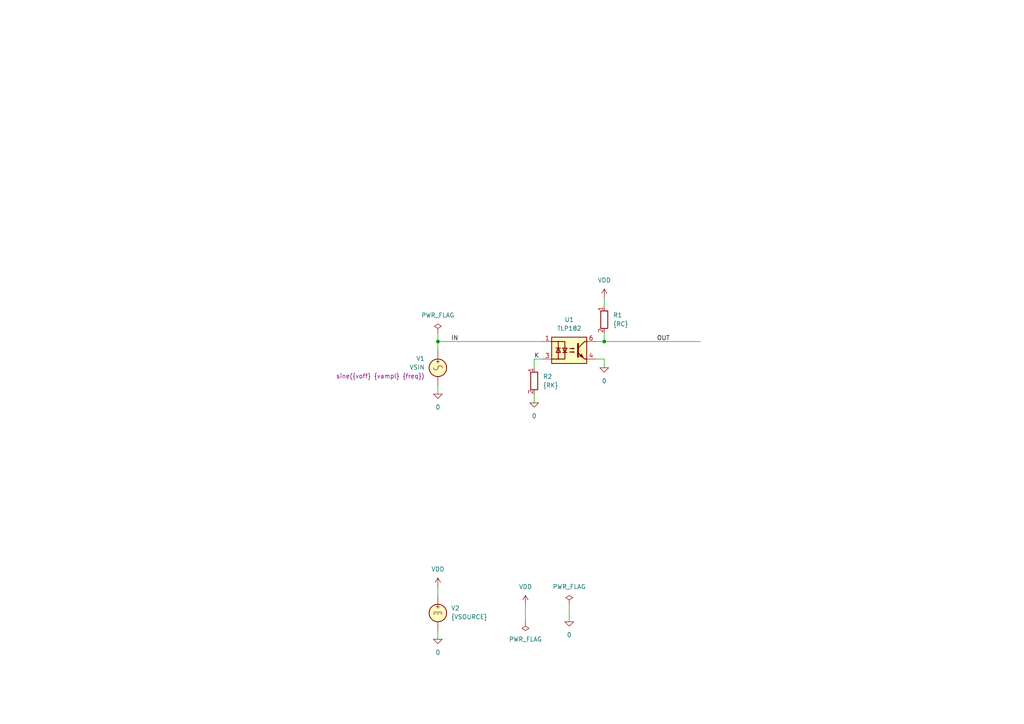
<source format=kicad_sch>
(kicad_sch
	(version 20250114)
	(generator "eeschema")
	(generator_version "9.0")
	(uuid "c988e946-3422-4310-9824-22165820ccb8")
	(paper "A4")
	(title_block
		(title "Optocoupler Transistor, 80V, 0.05A, AC")
		(date "2025-07-04")
		(rev "1")
		(company "astroelectronic@")
		(comment 1 "-")
		(comment 2 "-")
		(comment 3 "-")
		(comment 4 "AE01009182")
	)
	(lib_symbols
		(symbol "TLP182:0"
			(power)
			(pin_names
				(offset 0)
			)
			(exclude_from_sim no)
			(in_bom yes)
			(on_board yes)
			(property "Reference" "#GND"
				(at 0 -2.54 0)
				(effects
					(font
						(size 1.27 1.27)
					)
					(hide yes)
				)
			)
			(property "Value" "0"
				(at 0 -1.778 0)
				(effects
					(font
						(size 1.27 1.27)
					)
				)
			)
			(property "Footprint" ""
				(at 0 0 0)
				(effects
					(font
						(size 1.27 1.27)
					)
					(hide yes)
				)
			)
			(property "Datasheet" "~"
				(at 0 0 0)
				(effects
					(font
						(size 1.27 1.27)
					)
					(hide yes)
				)
			)
			(property "Description" "0V reference potential for simulation"
				(at 0 0 0)
				(effects
					(font
						(size 1.27 1.27)
					)
					(hide yes)
				)
			)
			(property "ki_keywords" "simulation"
				(at 0 0 0)
				(effects
					(font
						(size 1.27 1.27)
					)
					(hide yes)
				)
			)
			(symbol "0_0_1"
				(polyline
					(pts
						(xy -1.27 0) (xy 0 -1.27) (xy 1.27 0) (xy -1.27 0)
					)
					(stroke
						(width 0)
						(type default)
					)
					(fill
						(type none)
					)
				)
			)
			(symbol "0_1_1"
				(pin power_in line
					(at 0 0 0)
					(length 0)
					(hide yes)
					(name "0"
						(effects
							(font
								(size 1.016 1.016)
							)
						)
					)
					(number "1"
						(effects
							(font
								(size 1.016 1.016)
							)
						)
					)
				)
			)
			(embedded_fonts no)
		)
		(symbol "TLP182:PWR_FLAG"
			(power)
			(pin_numbers
				(hide yes)
			)
			(pin_names
				(offset 0)
				(hide yes)
			)
			(exclude_from_sim no)
			(in_bom yes)
			(on_board yes)
			(property "Reference" "#FLG"
				(at 0 1.905 0)
				(effects
					(font
						(size 1.27 1.27)
					)
					(hide yes)
				)
			)
			(property "Value" "PWR_FLAG"
				(at 0 3.81 0)
				(effects
					(font
						(size 1.27 1.27)
					)
				)
			)
			(property "Footprint" ""
				(at 0 0 0)
				(effects
					(font
						(size 1.27 1.27)
					)
					(hide yes)
				)
			)
			(property "Datasheet" "~"
				(at 0 0 0)
				(effects
					(font
						(size 1.27 1.27)
					)
					(hide yes)
				)
			)
			(property "Description" "Special symbol for telling ERC where power comes from"
				(at 0 0 0)
				(effects
					(font
						(size 1.27 1.27)
					)
					(hide yes)
				)
			)
			(property "ki_keywords" "flag power"
				(at 0 0 0)
				(effects
					(font
						(size 1.27 1.27)
					)
					(hide yes)
				)
			)
			(symbol "PWR_FLAG_0_0"
				(pin power_out line
					(at 0 0 90)
					(length 0)
					(name "pwr"
						(effects
							(font
								(size 1.27 1.27)
							)
						)
					)
					(number "1"
						(effects
							(font
								(size 1.27 1.27)
							)
						)
					)
				)
			)
			(symbol "PWR_FLAG_0_1"
				(polyline
					(pts
						(xy 0 0) (xy 0 1.27) (xy -1.016 1.905) (xy 0 2.54) (xy 1.016 1.905) (xy 0 1.27)
					)
					(stroke
						(width 0)
						(type default)
					)
					(fill
						(type none)
					)
				)
			)
			(embedded_fonts no)
		)
		(symbol "TLP182:R"
			(pin_names
				(offset 0)
				(hide yes)
			)
			(exclude_from_sim no)
			(in_bom yes)
			(on_board yes)
			(property "Reference" "R"
				(at 2.032 0 90)
				(effects
					(font
						(size 1.27 1.27)
					)
				)
			)
			(property "Value" "R"
				(at 0 0 90)
				(effects
					(font
						(size 1.27 1.27)
					)
				)
			)
			(property "Footprint" ""
				(at -1.778 0 90)
				(effects
					(font
						(size 1.27 1.27)
					)
					(hide yes)
				)
			)
			(property "Datasheet" "~"
				(at 0 0 0)
				(effects
					(font
						(size 1.27 1.27)
					)
					(hide yes)
				)
			)
			(property "Description" "Resistor"
				(at 0 0 0)
				(effects
					(font
						(size 1.27 1.27)
					)
					(hide yes)
				)
			)
			(property "ki_keywords" "R res resistor"
				(at 0 0 0)
				(effects
					(font
						(size 1.27 1.27)
					)
					(hide yes)
				)
			)
			(property "ki_fp_filters" "R_*"
				(at 0 0 0)
				(effects
					(font
						(size 1.27 1.27)
					)
					(hide yes)
				)
			)
			(symbol "R_0_1"
				(rectangle
					(start -1.016 -2.54)
					(end 1.016 2.54)
					(stroke
						(width 0.254)
						(type default)
					)
					(fill
						(type none)
					)
				)
			)
			(symbol "R_1_1"
				(pin passive line
					(at 0 3.81 270)
					(length 1.27)
					(name "~"
						(effects
							(font
								(size 1.27 1.27)
							)
						)
					)
					(number "1"
						(effects
							(font
								(size 1.27 1.27)
							)
						)
					)
				)
				(pin passive line
					(at 0 -3.81 90)
					(length 1.27)
					(name "~"
						(effects
							(font
								(size 1.27 1.27)
							)
						)
					)
					(number "2"
						(effects
							(font
								(size 1.27 1.27)
							)
						)
					)
				)
			)
			(embedded_fonts no)
		)
		(symbol "TLP182:TLP182"
			(exclude_from_sim no)
			(in_bom yes)
			(on_board yes)
			(property "Reference" "U"
				(at -5.08 5.08 0)
				(effects
					(font
						(size 1.27 1.27)
					)
					(justify left)
				)
			)
			(property "Value" "TLP182"
				(at -5.08 -5.08 0)
				(effects
					(font
						(size 1.27 1.27)
					)
					(justify left)
				)
			)
			(property "Footprint" ""
				(at 0 -7.62 0)
				(effects
					(font
						(size 1.27 1.27)
					)
					(hide yes)
				)
			)
			(property "Datasheet" "~"
				(at 1.27 0 0)
				(effects
					(font
						(size 1.27 1.27)
					)
					(justify left)
					(hide yes)
				)
			)
			(property "Description" ""
				(at 0 0 0)
				(effects
					(font
						(size 1.27 1.27)
					)
					(hide yes)
				)
			)
			(property "ki_fp_filters" "MFSOP6*4.4x3.6mm*P1.27mm*"
				(at 0 0 0)
				(effects
					(font
						(size 1.27 1.27)
					)
					(hide yes)
				)
			)
			(symbol "TLP182_0_1"
				(rectangle
					(start -5.08 3.81)
					(end 5.08 -3.81)
					(stroke
						(width 0.254)
						(type default)
					)
					(fill
						(type background)
					)
				)
				(polyline
					(pts
						(xy -5.08 2.54) (xy -3.175 2.54) (xy -3.175 -2.54) (xy -5.08 -2.54)
					)
					(stroke
						(width 0.254)
						(type default)
					)
					(fill
						(type none)
					)
				)
				(polyline
					(pts
						(xy -3.81 0.635) (xy -2.54 0.635)
					)
					(stroke
						(width 0.254)
						(type default)
					)
					(fill
						(type none)
					)
				)
				(circle
					(center -3.175 2.54)
					(radius 0.127)
					(stroke
						(width 0)
						(type default)
					)
					(fill
						(type none)
					)
				)
				(polyline
					(pts
						(xy -3.175 0.635) (xy -3.81 -0.635) (xy -2.54 -0.635) (xy -3.175 0.635)
					)
					(stroke
						(width 0.254)
						(type default)
					)
					(fill
						(type none)
					)
				)
				(circle
					(center -3.175 -2.54)
					(radius 0.127)
					(stroke
						(width 0)
						(type default)
					)
					(fill
						(type none)
					)
				)
				(polyline
					(pts
						(xy -3.175 -2.54) (xy -1.27 -2.54) (xy -1.27 2.54) (xy -3.175 2.54)
					)
					(stroke
						(width 0.254)
						(type default)
					)
					(fill
						(type none)
					)
				)
				(polyline
					(pts
						(xy -1.905 -0.635) (xy -0.635 -0.635)
					)
					(stroke
						(width 0.254)
						(type default)
					)
					(fill
						(type none)
					)
				)
				(polyline
					(pts
						(xy -1.27 -0.635) (xy -1.905 0.635) (xy -0.635 0.635) (xy -1.27 -0.635)
					)
					(stroke
						(width 0.254)
						(type default)
					)
					(fill
						(type none)
					)
				)
				(polyline
					(pts
						(xy 0.127 0.508) (xy 1.397 0.508) (xy 1.016 0.381) (xy 1.016 0.635) (xy 1.397 0.508)
					)
					(stroke
						(width 0.254)
						(type default)
					)
					(fill
						(type none)
					)
				)
				(polyline
					(pts
						(xy 0.127 -0.508) (xy 1.397 -0.508) (xy 1.016 -0.635) (xy 1.016 -0.381) (xy 1.397 -0.508)
					)
					(stroke
						(width 0.254)
						(type default)
					)
					(fill
						(type none)
					)
				)
				(polyline
					(pts
						(xy 2.54 1.905) (xy 2.54 -1.905) (xy 2.54 -1.905)
					)
					(stroke
						(width 0.508)
						(type default)
					)
					(fill
						(type none)
					)
				)
				(polyline
					(pts
						(xy 3.048 -1.651) (xy 3.556 -1.143) (xy 4.064 -2.159) (xy 3.048 -1.651) (xy 3.048 -1.651)
					)
					(stroke
						(width 0.254)
						(type default)
					)
					(fill
						(type outline)
					)
				)
				(polyline
					(pts
						(xy 5.08 2.54) (xy 4.445 2.54) (xy 2.54 0.635)
					)
					(stroke
						(width 0.254)
						(type default)
					)
					(fill
						(type none)
					)
				)
				(polyline
					(pts
						(xy 5.08 -2.54) (xy 4.445 -2.54) (xy 2.54 -0.635)
					)
					(stroke
						(width 0.254)
						(type default)
					)
					(fill
						(type none)
					)
				)
			)
			(symbol "TLP182_1_1"
				(pin passive line
					(at -7.62 2.54 0)
					(length 2.54)
					(name "~"
						(effects
							(font
								(size 1.27 1.27)
							)
						)
					)
					(number "1"
						(effects
							(font
								(size 1.27 1.27)
							)
						)
					)
				)
				(pin passive line
					(at -7.62 -2.54 0)
					(length 2.54)
					(name "~"
						(effects
							(font
								(size 1.27 1.27)
							)
						)
					)
					(number "3"
						(effects
							(font
								(size 1.27 1.27)
							)
						)
					)
				)
				(pin passive line
					(at 7.62 2.54 180)
					(length 2.54)
					(name "~"
						(effects
							(font
								(size 1.27 1.27)
							)
						)
					)
					(number "6"
						(effects
							(font
								(size 1.27 1.27)
							)
						)
					)
				)
				(pin passive line
					(at 7.62 -2.54 180)
					(length 2.54)
					(name "~"
						(effects
							(font
								(size 1.27 1.27)
							)
						)
					)
					(number "4"
						(effects
							(font
								(size 1.27 1.27)
							)
						)
					)
				)
			)
			(embedded_fonts no)
		)
		(symbol "TLP182:VDC"
			(pin_numbers
				(hide yes)
			)
			(pin_names
				(offset 0.0254)
			)
			(exclude_from_sim no)
			(in_bom yes)
			(on_board yes)
			(property "Reference" "V"
				(at 2.54 2.54 0)
				(effects
					(font
						(size 1.27 1.27)
					)
					(justify left)
				)
			)
			(property "Value" "1"
				(at 2.54 0 0)
				(effects
					(font
						(size 1.27 1.27)
					)
					(justify left)
				)
			)
			(property "Footprint" ""
				(at 0 0 0)
				(effects
					(font
						(size 1.27 1.27)
					)
					(hide yes)
				)
			)
			(property "Datasheet" "~"
				(at 0 0 0)
				(effects
					(font
						(size 1.27 1.27)
					)
					(hide yes)
				)
			)
			(property "Description" "Voltage source, DC"
				(at 0 0 0)
				(effects
					(font
						(size 1.27 1.27)
					)
					(hide yes)
				)
			)
			(property "Sim.Pins" "1=+ 2=-"
				(at 0 0 0)
				(effects
					(font
						(size 1.27 1.27)
					)
					(hide yes)
				)
			)
			(property "Sim.Type" "DC"
				(at 0 0 0)
				(effects
					(font
						(size 1.27 1.27)
					)
					(hide yes)
				)
			)
			(property "Sim.Device" "V"
				(at 0 0 0)
				(effects
					(font
						(size 1.27 1.27)
					)
					(justify left)
					(hide yes)
				)
			)
			(property "Spice_Netlist_Enabled" "Y"
				(at 0 0 0)
				(effects
					(font
						(size 1.27 1.27)
					)
					(justify left)
					(hide yes)
				)
			)
			(property "ki_keywords" "simulation"
				(at 0 0 0)
				(effects
					(font
						(size 1.27 1.27)
					)
					(hide yes)
				)
			)
			(symbol "VDC_0_0"
				(polyline
					(pts
						(xy -1.27 0.254) (xy 1.27 0.254)
					)
					(stroke
						(width 0)
						(type default)
					)
					(fill
						(type none)
					)
				)
				(polyline
					(pts
						(xy -0.762 -0.254) (xy -1.27 -0.254)
					)
					(stroke
						(width 0)
						(type default)
					)
					(fill
						(type none)
					)
				)
				(polyline
					(pts
						(xy 0.254 -0.254) (xy -0.254 -0.254)
					)
					(stroke
						(width 0)
						(type default)
					)
					(fill
						(type none)
					)
				)
				(polyline
					(pts
						(xy 1.27 -0.254) (xy 0.762 -0.254)
					)
					(stroke
						(width 0)
						(type default)
					)
					(fill
						(type none)
					)
				)
				(text "+"
					(at 0 1.905 0)
					(effects
						(font
							(size 1.27 1.27)
						)
					)
				)
			)
			(symbol "VDC_0_1"
				(circle
					(center 0 0)
					(radius 2.54)
					(stroke
						(width 0.254)
						(type default)
					)
					(fill
						(type background)
					)
				)
			)
			(symbol "VDC_1_1"
				(pin passive line
					(at 0 5.08 270)
					(length 2.54)
					(name "~"
						(effects
							(font
								(size 1.27 1.27)
							)
						)
					)
					(number "1"
						(effects
							(font
								(size 1.27 1.27)
							)
						)
					)
				)
				(pin passive line
					(at 0 -5.08 90)
					(length 2.54)
					(name "~"
						(effects
							(font
								(size 1.27 1.27)
							)
						)
					)
					(number "2"
						(effects
							(font
								(size 1.27 1.27)
							)
						)
					)
				)
			)
			(embedded_fonts no)
		)
		(symbol "TLP182:VDD"
			(power)
			(pin_names
				(offset 0)
			)
			(exclude_from_sim no)
			(in_bom yes)
			(on_board yes)
			(property "Reference" "#PWR"
				(at 0 -3.81 0)
				(effects
					(font
						(size 1.27 1.27)
					)
					(hide yes)
				)
			)
			(property "Value" "VDD"
				(at 0 3.81 0)
				(effects
					(font
						(size 1.27 1.27)
					)
				)
			)
			(property "Footprint" ""
				(at 0 0 0)
				(effects
					(font
						(size 1.27 1.27)
					)
					(hide yes)
				)
			)
			(property "Datasheet" ""
				(at 0 0 0)
				(effects
					(font
						(size 1.27 1.27)
					)
					(hide yes)
				)
			)
			(property "Description" "Power symbol creates a global label with name \"VDD\""
				(at 0 0 0)
				(effects
					(font
						(size 1.27 1.27)
					)
					(hide yes)
				)
			)
			(property "ki_keywords" "global power"
				(at 0 0 0)
				(effects
					(font
						(size 1.27 1.27)
					)
					(hide yes)
				)
			)
			(symbol "VDD_0_1"
				(polyline
					(pts
						(xy -0.762 1.27) (xy 0 2.54)
					)
					(stroke
						(width 0)
						(type default)
					)
					(fill
						(type none)
					)
				)
				(polyline
					(pts
						(xy 0 2.54) (xy 0.762 1.27)
					)
					(stroke
						(width 0)
						(type default)
					)
					(fill
						(type none)
					)
				)
				(polyline
					(pts
						(xy 0 0) (xy 0 2.54)
					)
					(stroke
						(width 0)
						(type default)
					)
					(fill
						(type none)
					)
				)
			)
			(symbol "VDD_1_1"
				(pin power_in line
					(at 0 0 90)
					(length 0)
					(hide yes)
					(name "VDD"
						(effects
							(font
								(size 1.27 1.27)
							)
						)
					)
					(number "1"
						(effects
							(font
								(size 1.27 1.27)
							)
						)
					)
				)
			)
			(embedded_fonts no)
		)
		(symbol "TLP182:VSIN"
			(pin_numbers
				(hide yes)
			)
			(pin_names
				(offset 0.0254)
			)
			(exclude_from_sim no)
			(in_bom yes)
			(on_board yes)
			(property "Reference" "V"
				(at 2.54 2.54 0)
				(effects
					(font
						(size 1.27 1.27)
					)
					(justify left)
				)
			)
			(property "Value" "VSIN"
				(at 2.54 0 0)
				(effects
					(font
						(size 1.27 1.27)
					)
					(justify left)
				)
			)
			(property "Footprint" ""
				(at 0 0 0)
				(effects
					(font
						(size 1.27 1.27)
					)
					(hide yes)
				)
			)
			(property "Datasheet" "https://ngspice.sourceforge.io/docs/ngspice-html-manual/manual.xhtml#sec_Independent_Sources_for"
				(at 0 0 0)
				(effects
					(font
						(size 1.27 1.27)
					)
					(hide yes)
				)
			)
			(property "Description" "Voltage source, sinusoidal"
				(at 0 0 0)
				(effects
					(font
						(size 1.27 1.27)
					)
					(hide yes)
				)
			)
			(property "Sim.Pins" "1=+ 2=-"
				(at 0 0 0)
				(effects
					(font
						(size 1.27 1.27)
					)
					(hide yes)
				)
			)
			(property "Sim.Params" "dc=0 ampl=1 f=1k ac=1"
				(at 2.54 -2.54 0)
				(effects
					(font
						(size 1.27 1.27)
					)
					(justify left)
				)
			)
			(property "Sim.Type" "SIN"
				(at 0 0 0)
				(effects
					(font
						(size 1.27 1.27)
					)
					(hide yes)
				)
			)
			(property "Sim.Device" "V"
				(at 0 0 0)
				(effects
					(font
						(size 1.27 1.27)
					)
					(justify left)
					(hide yes)
				)
			)
			(property "ki_keywords" "simulation ac vac"
				(at 0 0 0)
				(effects
					(font
						(size 1.27 1.27)
					)
					(hide yes)
				)
			)
			(symbol "VSIN_0_0"
				(arc
					(start -1.27 0)
					(mid -0.635 0.6323)
					(end 0 0)
					(stroke
						(width 0)
						(type default)
					)
					(fill
						(type none)
					)
				)
				(arc
					(start 1.27 0)
					(mid 0.635 -0.6323)
					(end 0 0)
					(stroke
						(width 0)
						(type default)
					)
					(fill
						(type none)
					)
				)
				(text "+"
					(at 0 1.905 0)
					(effects
						(font
							(size 1.27 1.27)
						)
					)
				)
			)
			(symbol "VSIN_0_1"
				(circle
					(center 0 0)
					(radius 2.54)
					(stroke
						(width 0.254)
						(type default)
					)
					(fill
						(type background)
					)
				)
			)
			(symbol "VSIN_1_1"
				(pin passive line
					(at 0 5.08 270)
					(length 2.54)
					(name "~"
						(effects
							(font
								(size 1.27 1.27)
							)
						)
					)
					(number "1"
						(effects
							(font
								(size 1.27 1.27)
							)
						)
					)
				)
				(pin passive line
					(at 0 -5.08 90)
					(length 2.54)
					(name "~"
						(effects
							(font
								(size 1.27 1.27)
							)
						)
					)
					(number "2"
						(effects
							(font
								(size 1.27 1.27)
							)
						)
					)
				)
			)
			(embedded_fonts no)
		)
	)
	(junction
		(at 127 99.06)
		(diameter 0)
		(color 0 0 0 0)
		(uuid "0dba550b-eb9e-4183-8cdc-ecc1d30e3e4b")
	)
	(junction
		(at 175.26 99.06)
		(diameter 0)
		(color 0 0 0 0)
		(uuid "62c78e7a-9af0-4af5-aa62-d6b3e16048fc")
	)
	(wire
		(pts
			(xy 127 114.3) (xy 127 111.76)
		)
		(stroke
			(width 0)
			(type default)
		)
		(uuid "0054408a-bdcb-455e-b876-ad403ef70a55")
	)
	(wire
		(pts
			(xy 127 170.18) (xy 127 172.72)
		)
		(stroke
			(width 0)
			(type default)
		)
		(uuid "22310da2-7c33-4758-8446-cdaf2215d9d9")
	)
	(wire
		(pts
			(xy 127 99.06) (xy 157.48 99.06)
		)
		(stroke
			(width 0)
			(type default)
		)
		(uuid "34fba079-5442-4858-a5aa-2073cb291730")
	)
	(wire
		(pts
			(xy 127 96.52) (xy 127 99.06)
		)
		(stroke
			(width 0)
			(type default)
		)
		(uuid "3c9557b3-138f-486c-a58f-6f3ae2a07daa")
	)
	(wire
		(pts
			(xy 175.26 96.52) (xy 175.26 99.06)
		)
		(stroke
			(width 0)
			(type default)
		)
		(uuid "3dade8af-221d-4f7d-97ad-bc3d78a96b8a")
	)
	(wire
		(pts
			(xy 172.72 99.06) (xy 175.26 99.06)
		)
		(stroke
			(width 0)
			(type default)
		)
		(uuid "71d7b691-01c2-489e-9479-9ee4c009ce10")
	)
	(wire
		(pts
			(xy 175.26 104.14) (xy 175.26 106.68)
		)
		(stroke
			(width 0)
			(type default)
		)
		(uuid "75ad93f6-89cf-400b-bea3-01d5783b5bc7")
	)
	(wire
		(pts
			(xy 175.26 86.36) (xy 175.26 88.9)
		)
		(stroke
			(width 0)
			(type default)
		)
		(uuid "81b79885-61de-4eaf-b280-f91b74d8fc61")
	)
	(wire
		(pts
			(xy 175.26 99.06) (xy 203.2 99.06)
		)
		(stroke
			(width 0)
			(type default)
		)
		(uuid "97c227b7-4900-485d-8bec-d8fa696d8d1e")
	)
	(wire
		(pts
			(xy 127 99.06) (xy 127 101.6)
		)
		(stroke
			(width 0)
			(type default)
		)
		(uuid "a7c95876-17a5-4864-84d7-248911e2f223")
	)
	(wire
		(pts
			(xy 172.72 104.14) (xy 175.26 104.14)
		)
		(stroke
			(width 0)
			(type default)
		)
		(uuid "acb1b563-f78b-4306-b96a-1051ddcdb4cc")
	)
	(wire
		(pts
			(xy 154.94 114.3) (xy 154.94 116.84)
		)
		(stroke
			(width 0)
			(type default)
		)
		(uuid "bdd096fc-0d65-432d-8d6e-5200ec60cb35")
	)
	(wire
		(pts
			(xy 154.94 104.14) (xy 154.94 106.68)
		)
		(stroke
			(width 0)
			(type default)
		)
		(uuid "da9bfefe-85d6-4464-a628-29d59f71cbc1")
	)
	(wire
		(pts
			(xy 152.4 175.26) (xy 152.4 180.34)
		)
		(stroke
			(width 0)
			(type default)
		)
		(uuid "e69eb52a-b584-4928-8ce5-ed4f81d80629")
	)
	(wire
		(pts
			(xy 165.1 175.26) (xy 165.1 180.34)
		)
		(stroke
			(width 0)
			(type default)
		)
		(uuid "e8b88704-3bca-497e-8a9c-cc5868d7a329")
	)
	(wire
		(pts
			(xy 157.48 104.14) (xy 154.94 104.14)
		)
		(stroke
			(width 0)
			(type default)
		)
		(uuid "f4e8a15a-279c-4366-8889-d71700435b7f")
	)
	(wire
		(pts
			(xy 127 182.88) (xy 127 185.42)
		)
		(stroke
			(width 0)
			(type default)
		)
		(uuid "f7774fc0-16d5-42ec-96d5-b7e8af69f035")
	)
	(label "IN"
		(at 130.81 99.06 0)
		(effects
			(font
				(size 1.27 1.27)
			)
			(justify left bottom)
		)
		(uuid "7ee61337-1a16-4ad8-bddd-917c52fc7809")
	)
	(label "K"
		(at 154.94 104.14 0)
		(effects
			(font
				(size 1.27 1.27)
			)
			(justify left bottom)
		)
		(uuid "a2968414-ed44-4d30-8352-bb09d3f3392e")
	)
	(label "OUT"
		(at 190.5 99.06 0)
		(effects
			(font
				(size 1.27 1.27)
			)
			(justify left bottom)
		)
		(uuid "c4850ff9-1f4c-46ad-bce4-b1e5e266a08b")
	)
	(symbol
		(lib_id "TLP182:VDD")
		(at 152.4 175.26 0)
		(unit 1)
		(exclude_from_sim no)
		(in_bom yes)
		(on_board yes)
		(dnp no)
		(fields_autoplaced yes)
		(uuid "0ff2e7b2-e2ef-4315-ab9e-d3401537e1cd")
		(property "Reference" "#PWR03"
			(at 152.4 179.07 0)
			(effects
				(font
					(size 1.27 1.27)
				)
				(hide yes)
			)
		)
		(property "Value" "VDD"
			(at 152.4 170.18 0)
			(effects
				(font
					(size 1.27 1.27)
				)
			)
		)
		(property "Footprint" ""
			(at 152.4 175.26 0)
			(effects
				(font
					(size 1.27 1.27)
				)
				(hide yes)
			)
		)
		(property "Datasheet" ""
			(at 152.4 175.26 0)
			(effects
				(font
					(size 1.27 1.27)
				)
				(hide yes)
			)
		)
		(property "Description" "Power symbol creates a global label with name \"VDD\""
			(at 152.4 175.26 0)
			(effects
				(font
					(size 1.27 1.27)
				)
				(hide yes)
			)
		)
		(pin "1"
			(uuid "37d25f2f-3db2-4606-8a72-809f7089e59f")
		)
		(instances
			(project "TLP182"
				(path "/c988e946-3422-4310-9824-22165820ccb8"
					(reference "#PWR03")
					(unit 1)
				)
			)
		)
	)
	(symbol
		(lib_id "TLP182:VDD")
		(at 175.26 86.36 0)
		(unit 1)
		(exclude_from_sim no)
		(in_bom yes)
		(on_board yes)
		(dnp no)
		(fields_autoplaced yes)
		(uuid "1ea78dc1-4539-4513-b857-e5f26192ede2")
		(property "Reference" "#PWR01"
			(at 175.26 90.17 0)
			(effects
				(font
					(size 1.27 1.27)
				)
				(hide yes)
			)
		)
		(property "Value" "VDD"
			(at 175.26 81.28 0)
			(effects
				(font
					(size 1.27 1.27)
				)
			)
		)
		(property "Footprint" ""
			(at 175.26 86.36 0)
			(effects
				(font
					(size 1.27 1.27)
				)
				(hide yes)
			)
		)
		(property "Datasheet" ""
			(at 175.26 86.36 0)
			(effects
				(font
					(size 1.27 1.27)
				)
				(hide yes)
			)
		)
		(property "Description" "Power symbol creates a global label with name \"VDD\""
			(at 175.26 86.36 0)
			(effects
				(font
					(size 1.27 1.27)
				)
				(hide yes)
			)
		)
		(pin "1"
			(uuid "4f0c1d69-a007-4709-9e84-3c5cdd966b33")
		)
		(instances
			(project ""
				(path "/c988e946-3422-4310-9824-22165820ccb8"
					(reference "#PWR01")
					(unit 1)
				)
			)
		)
	)
	(symbol
		(lib_id "TLP182:0")
		(at 175.26 106.68 0)
		(unit 1)
		(exclude_from_sim no)
		(in_bom yes)
		(on_board yes)
		(dnp no)
		(fields_autoplaced yes)
		(uuid "22accaaa-09b0-4779-8a6e-79972b53f45a")
		(property "Reference" "#GND01"
			(at 175.26 109.22 0)
			(effects
				(font
					(size 1.27 1.27)
				)
				(hide yes)
			)
		)
		(property "Value" "0"
			(at 175.26 110.49 0)
			(effects
				(font
					(size 1.27 1.27)
				)
			)
		)
		(property "Footprint" ""
			(at 175.26 106.68 0)
			(effects
				(font
					(size 1.27 1.27)
				)
				(hide yes)
			)
		)
		(property "Datasheet" "~"
			(at 175.26 106.68 0)
			(effects
				(font
					(size 1.27 1.27)
				)
				(hide yes)
			)
		)
		(property "Description" "0V reference potential for simulation"
			(at 175.26 106.68 0)
			(effects
				(font
					(size 1.27 1.27)
				)
				(hide yes)
			)
		)
		(pin "1"
			(uuid "2849b7d9-5a7c-47b7-baba-9d4dd1e0a56f")
		)
		(instances
			(project ""
				(path "/c988e946-3422-4310-9824-22165820ccb8"
					(reference "#GND01")
					(unit 1)
				)
			)
		)
	)
	(symbol
		(lib_id "TLP182:PWR_FLAG")
		(at 127 96.52 0)
		(unit 1)
		(exclude_from_sim no)
		(in_bom yes)
		(on_board yes)
		(dnp no)
		(fields_autoplaced yes)
		(uuid "274a0dd5-e7a3-473e-a3bf-443a9cb2aef7")
		(property "Reference" "#FLG03"
			(at 127 94.615 0)
			(effects
				(font
					(size 1.27 1.27)
				)
				(hide yes)
			)
		)
		(property "Value" "PWR_FLAG"
			(at 127 91.44 0)
			(effects
				(font
					(size 1.27 1.27)
				)
			)
		)
		(property "Footprint" ""
			(at 127 96.52 0)
			(effects
				(font
					(size 1.27 1.27)
				)
				(hide yes)
			)
		)
		(property "Datasheet" "~"
			(at 127 96.52 0)
			(effects
				(font
					(size 1.27 1.27)
				)
				(hide yes)
			)
		)
		(property "Description" "Special symbol for telling ERC where power comes from"
			(at 127 96.52 0)
			(effects
				(font
					(size 1.27 1.27)
				)
				(hide yes)
			)
		)
		(pin "1"
			(uuid "e371212c-c26d-4ab5-922b-48346befc7fb")
		)
		(instances
			(project "TLP182"
				(path "/c988e946-3422-4310-9824-22165820ccb8"
					(reference "#FLG03")
					(unit 1)
				)
			)
		)
	)
	(symbol
		(lib_id "TLP182:VDC")
		(at 127 177.8 0)
		(unit 1)
		(exclude_from_sim no)
		(in_bom yes)
		(on_board yes)
		(dnp no)
		(fields_autoplaced yes)
		(uuid "2de19347-54f6-497b-8f91-ce2a65d1e0cb")
		(property "Reference" "V2"
			(at 130.81 176.4001 0)
			(effects
				(font
					(size 1.27 1.27)
				)
				(justify left)
			)
		)
		(property "Value" "{VSOURCE}"
			(at 130.81 178.9401 0)
			(effects
				(font
					(size 1.27 1.27)
				)
				(justify left)
			)
		)
		(property "Footprint" ""
			(at 127 177.8 0)
			(effects
				(font
					(size 1.27 1.27)
				)
				(hide yes)
			)
		)
		(property "Datasheet" "~"
			(at 127 177.8 0)
			(effects
				(font
					(size 1.27 1.27)
				)
				(hide yes)
			)
		)
		(property "Description" "Voltage source, DC"
			(at 127 177.8 0)
			(effects
				(font
					(size 1.27 1.27)
				)
				(hide yes)
			)
		)
		(property "Sim.Pins" "1=+ 2=-"
			(at 127 177.8 0)
			(effects
				(font
					(size 1.27 1.27)
				)
				(hide yes)
			)
		)
		(property "Sim.Type" "DC"
			(at 127 177.8 0)
			(effects
				(font
					(size 1.27 1.27)
				)
				(hide yes)
			)
		)
		(property "Sim.Device" "V"
			(at 127 177.8 0)
			(effects
				(font
					(size 1.27 1.27)
				)
				(justify left)
				(hide yes)
			)
		)
		(pin "2"
			(uuid "6d5daf5d-ae8d-414c-a75d-6b9e0b981536")
		)
		(pin "1"
			(uuid "f6d8900d-17b5-4cbe-aa1a-e6b37443a37c")
		)
		(instances
			(project ""
				(path "/c988e946-3422-4310-9824-22165820ccb8"
					(reference "V2")
					(unit 1)
				)
			)
		)
	)
	(symbol
		(lib_id "TLP182:PWR_FLAG")
		(at 152.4 180.34 180)
		(unit 1)
		(exclude_from_sim no)
		(in_bom yes)
		(on_board yes)
		(dnp no)
		(fields_autoplaced yes)
		(uuid "33bcd9e0-5af9-43d0-9f57-3264a97b1b16")
		(property "Reference" "#FLG01"
			(at 152.4 182.245 0)
			(effects
				(font
					(size 1.27 1.27)
				)
				(hide yes)
			)
		)
		(property "Value" "PWR_FLAG"
			(at 152.4 185.42 0)
			(effects
				(font
					(size 1.27 1.27)
				)
			)
		)
		(property "Footprint" ""
			(at 152.4 180.34 0)
			(effects
				(font
					(size 1.27 1.27)
				)
				(hide yes)
			)
		)
		(property "Datasheet" "~"
			(at 152.4 180.34 0)
			(effects
				(font
					(size 1.27 1.27)
				)
				(hide yes)
			)
		)
		(property "Description" "Special symbol for telling ERC where power comes from"
			(at 152.4 180.34 0)
			(effects
				(font
					(size 1.27 1.27)
				)
				(hide yes)
			)
		)
		(pin "1"
			(uuid "ff2696fb-0b7f-4494-a3b8-2120bce55c17")
		)
		(instances
			(project ""
				(path "/c988e946-3422-4310-9824-22165820ccb8"
					(reference "#FLG01")
					(unit 1)
				)
			)
		)
	)
	(symbol
		(lib_id "TLP182:0")
		(at 165.1 180.34 0)
		(unit 1)
		(exclude_from_sim no)
		(in_bom yes)
		(on_board yes)
		(dnp no)
		(fields_autoplaced yes)
		(uuid "4a9c5ce4-cdd6-4a7b-a14c-f5eba5a5350f")
		(property "Reference" "#GND03"
			(at 165.1 182.88 0)
			(effects
				(font
					(size 1.27 1.27)
				)
				(hide yes)
			)
		)
		(property "Value" "0"
			(at 165.1 184.15 0)
			(effects
				(font
					(size 1.27 1.27)
				)
			)
		)
		(property "Footprint" ""
			(at 165.1 180.34 0)
			(effects
				(font
					(size 1.27 1.27)
				)
				(hide yes)
			)
		)
		(property "Datasheet" "~"
			(at 165.1 180.34 0)
			(effects
				(font
					(size 1.27 1.27)
				)
				(hide yes)
			)
		)
		(property "Description" "0V reference potential for simulation"
			(at 165.1 180.34 0)
			(effects
				(font
					(size 1.27 1.27)
				)
				(hide yes)
			)
		)
		(pin "1"
			(uuid "47fe6963-d71b-499c-bfaf-7bab3b83cd58")
		)
		(instances
			(project "TLP182"
				(path "/c988e946-3422-4310-9824-22165820ccb8"
					(reference "#GND03")
					(unit 1)
				)
			)
		)
	)
	(symbol
		(lib_id "TLP182:VDD")
		(at 127 170.18 0)
		(unit 1)
		(exclude_from_sim no)
		(in_bom yes)
		(on_board yes)
		(dnp no)
		(fields_autoplaced yes)
		(uuid "6af1c815-7207-4f52-9cf5-e616d728bd55")
		(property "Reference" "#PWR02"
			(at 127 173.99 0)
			(effects
				(font
					(size 1.27 1.27)
				)
				(hide yes)
			)
		)
		(property "Value" "VDD"
			(at 127 165.1 0)
			(effects
				(font
					(size 1.27 1.27)
				)
			)
		)
		(property "Footprint" ""
			(at 127 170.18 0)
			(effects
				(font
					(size 1.27 1.27)
				)
				(hide yes)
			)
		)
		(property "Datasheet" ""
			(at 127 170.18 0)
			(effects
				(font
					(size 1.27 1.27)
				)
				(hide yes)
			)
		)
		(property "Description" "Power symbol creates a global label with name \"VDD\""
			(at 127 170.18 0)
			(effects
				(font
					(size 1.27 1.27)
				)
				(hide yes)
			)
		)
		(pin "1"
			(uuid "e7c6c7df-102c-45bd-92bf-04eaa39ad452")
		)
		(instances
			(project ""
				(path "/c988e946-3422-4310-9824-22165820ccb8"
					(reference "#PWR02")
					(unit 1)
				)
			)
		)
	)
	(symbol
		(lib_id "TLP182:0")
		(at 127 185.42 0)
		(unit 1)
		(exclude_from_sim no)
		(in_bom yes)
		(on_board yes)
		(dnp no)
		(fields_autoplaced yes)
		(uuid "73c7c04e-75c8-4e93-ba96-d1bbc09e6d21")
		(property "Reference" "#GND02"
			(at 127 187.96 0)
			(effects
				(font
					(size 1.27 1.27)
				)
				(hide yes)
			)
		)
		(property "Value" "0"
			(at 127 189.23 0)
			(effects
				(font
					(size 1.27 1.27)
				)
			)
		)
		(property "Footprint" ""
			(at 127 185.42 0)
			(effects
				(font
					(size 1.27 1.27)
				)
				(hide yes)
			)
		)
		(property "Datasheet" "~"
			(at 127 185.42 0)
			(effects
				(font
					(size 1.27 1.27)
				)
				(hide yes)
			)
		)
		(property "Description" "0V reference potential for simulation"
			(at 127 185.42 0)
			(effects
				(font
					(size 1.27 1.27)
				)
				(hide yes)
			)
		)
		(pin "1"
			(uuid "c381b516-2365-42ea-b46d-45294a6a9e46")
		)
		(instances
			(project ""
				(path "/c988e946-3422-4310-9824-22165820ccb8"
					(reference "#GND02")
					(unit 1)
				)
			)
		)
	)
	(symbol
		(lib_id "TLP182:R")
		(at 154.94 110.49 0)
		(unit 1)
		(exclude_from_sim no)
		(in_bom yes)
		(on_board yes)
		(dnp no)
		(fields_autoplaced yes)
		(uuid "915c05f0-b34c-4c38-a980-201ee7ae1f76")
		(property "Reference" "R2"
			(at 157.48 109.2199 0)
			(effects
				(font
					(size 1.27 1.27)
				)
				(justify left)
			)
		)
		(property "Value" "{RK}"
			(at 157.48 111.7599 0)
			(effects
				(font
					(size 1.27 1.27)
				)
				(justify left)
			)
		)
		(property "Footprint" ""
			(at 153.162 110.49 90)
			(effects
				(font
					(size 1.27 1.27)
				)
				(hide yes)
			)
		)
		(property "Datasheet" "~"
			(at 154.94 110.49 0)
			(effects
				(font
					(size 1.27 1.27)
				)
				(hide yes)
			)
		)
		(property "Description" "Resistor"
			(at 154.94 110.49 0)
			(effects
				(font
					(size 1.27 1.27)
				)
				(hide yes)
			)
		)
		(pin "2"
			(uuid "88da55dc-d0be-4f10-92c5-2a9eb02b8b93")
		)
		(pin "1"
			(uuid "26cb3a91-eaaf-47aa-a3f9-3c6dcad3d785")
		)
		(instances
			(project ""
				(path "/c988e946-3422-4310-9824-22165820ccb8"
					(reference "R2")
					(unit 1)
				)
			)
		)
	)
	(symbol
		(lib_id "TLP182:0")
		(at 154.94 116.84 0)
		(unit 1)
		(exclude_from_sim no)
		(in_bom yes)
		(on_board yes)
		(dnp no)
		(fields_autoplaced yes)
		(uuid "91d07c5a-e54c-418f-946f-224347adfde4")
		(property "Reference" "#GND05"
			(at 154.94 119.38 0)
			(effects
				(font
					(size 1.27 1.27)
				)
				(hide yes)
			)
		)
		(property "Value" "0"
			(at 154.94 120.65 0)
			(effects
				(font
					(size 1.27 1.27)
				)
			)
		)
		(property "Footprint" ""
			(at 154.94 116.84 0)
			(effects
				(font
					(size 1.27 1.27)
				)
				(hide yes)
			)
		)
		(property "Datasheet" "~"
			(at 154.94 116.84 0)
			(effects
				(font
					(size 1.27 1.27)
				)
				(hide yes)
			)
		)
		(property "Description" "0V reference potential for simulation"
			(at 154.94 116.84 0)
			(effects
				(font
					(size 1.27 1.27)
				)
				(hide yes)
			)
		)
		(pin "1"
			(uuid "c94f2176-dafc-4d0b-ad03-ee6d6a80e7d3")
		)
		(instances
			(project "TLP182"
				(path "/c988e946-3422-4310-9824-22165820ccb8"
					(reference "#GND05")
					(unit 1)
				)
			)
		)
	)
	(symbol
		(lib_id "TLP182:R")
		(at 175.26 92.71 0)
		(unit 1)
		(exclude_from_sim no)
		(in_bom yes)
		(on_board yes)
		(dnp no)
		(fields_autoplaced yes)
		(uuid "c55b8b46-c089-43ba-a9a1-dc5f2e3658a4")
		(property "Reference" "R1"
			(at 177.8 91.4399 0)
			(effects
				(font
					(size 1.27 1.27)
				)
				(justify left)
			)
		)
		(property "Value" "{RC}"
			(at 177.8 93.9799 0)
			(effects
				(font
					(size 1.27 1.27)
				)
				(justify left)
			)
		)
		(property "Footprint" ""
			(at 173.482 92.71 90)
			(effects
				(font
					(size 1.27 1.27)
				)
				(hide yes)
			)
		)
		(property "Datasheet" "~"
			(at 175.26 92.71 0)
			(effects
				(font
					(size 1.27 1.27)
				)
				(hide yes)
			)
		)
		(property "Description" "Resistor"
			(at 175.26 92.71 0)
			(effects
				(font
					(size 1.27 1.27)
				)
				(hide yes)
			)
		)
		(pin "2"
			(uuid "a9b7ea2c-cab8-4c01-bee9-fe9de139a95b")
		)
		(pin "1"
			(uuid "6b8283a5-5aec-42e3-a667-dc62db4b65c8")
		)
		(instances
			(project ""
				(path "/c988e946-3422-4310-9824-22165820ccb8"
					(reference "R1")
					(unit 1)
				)
			)
		)
	)
	(symbol
		(lib_id "TLP182:PWR_FLAG")
		(at 165.1 175.26 0)
		(unit 1)
		(exclude_from_sim no)
		(in_bom yes)
		(on_board yes)
		(dnp no)
		(fields_autoplaced yes)
		(uuid "c5e40d08-aff4-4580-ad5d-9e5fcda2d6d2")
		(property "Reference" "#FLG02"
			(at 165.1 173.355 0)
			(effects
				(font
					(size 1.27 1.27)
				)
				(hide yes)
			)
		)
		(property "Value" "PWR_FLAG"
			(at 165.1 170.18 0)
			(effects
				(font
					(size 1.27 1.27)
				)
			)
		)
		(property "Footprint" ""
			(at 165.1 175.26 0)
			(effects
				(font
					(size 1.27 1.27)
				)
				(hide yes)
			)
		)
		(property "Datasheet" "~"
			(at 165.1 175.26 0)
			(effects
				(font
					(size 1.27 1.27)
				)
				(hide yes)
			)
		)
		(property "Description" "Special symbol for telling ERC where power comes from"
			(at 165.1 175.26 0)
			(effects
				(font
					(size 1.27 1.27)
				)
				(hide yes)
			)
		)
		(pin "1"
			(uuid "6b34083f-e718-4217-a740-3cc01171501e")
		)
		(instances
			(project ""
				(path "/c988e946-3422-4310-9824-22165820ccb8"
					(reference "#FLG02")
					(unit 1)
				)
			)
		)
	)
	(symbol
		(lib_id "TLP182:0")
		(at 127 114.3 0)
		(unit 1)
		(exclude_from_sim no)
		(in_bom yes)
		(on_board yes)
		(dnp no)
		(fields_autoplaced yes)
		(uuid "cabebc54-6695-4834-b534-5afe8b61159b")
		(property "Reference" "#GND04"
			(at 127 116.84 0)
			(effects
				(font
					(size 1.27 1.27)
				)
				(hide yes)
			)
		)
		(property "Value" "0"
			(at 127 118.11 0)
			(effects
				(font
					(size 1.27 1.27)
				)
			)
		)
		(property "Footprint" ""
			(at 127 114.3 0)
			(effects
				(font
					(size 1.27 1.27)
				)
				(hide yes)
			)
		)
		(property "Datasheet" "~"
			(at 127 114.3 0)
			(effects
				(font
					(size 1.27 1.27)
				)
				(hide yes)
			)
		)
		(property "Description" "0V reference potential for simulation"
			(at 127 114.3 0)
			(effects
				(font
					(size 1.27 1.27)
				)
				(hide yes)
			)
		)
		(pin "1"
			(uuid "67b2b79f-dd4b-4b92-9330-69fdfad49d4d")
		)
		(instances
			(project "TLP182"
				(path "/c988e946-3422-4310-9824-22165820ccb8"
					(reference "#GND04")
					(unit 1)
				)
			)
		)
	)
	(symbol
		(lib_id "TLP182:TLP182")
		(at 165.1 101.6 0)
		(unit 1)
		(exclude_from_sim no)
		(in_bom yes)
		(on_board yes)
		(dnp no)
		(fields_autoplaced yes)
		(uuid "d9d5f4cb-77d7-40f2-abd7-1f462be756e4")
		(property "Reference" "U1"
			(at 165.1 92.71 0)
			(effects
				(font
					(size 1.27 1.27)
				)
			)
		)
		(property "Value" "TLP182"
			(at 165.1 95.25 0)
			(effects
				(font
					(size 1.27 1.27)
				)
			)
		)
		(property "Footprint" ""
			(at 165.1 109.22 0)
			(effects
				(font
					(size 1.27 1.27)
				)
				(hide yes)
			)
		)
		(property "Datasheet" "~"
			(at 166.37 101.6 0)
			(effects
				(font
					(size 1.27 1.27)
				)
				(justify left)
				(hide yes)
			)
		)
		(property "Description" ""
			(at 165.1 101.6 0)
			(effects
				(font
					(size 1.27 1.27)
				)
				(hide yes)
			)
		)
		(property "Sim.Library" "tlp182.mod"
			(at 165.1 101.6 0)
			(effects
				(font
					(size 1.27 1.27)
				)
				(hide yes)
			)
		)
		(pin "1"
			(uuid "1653c647-c6de-45e1-b827-e56ea34d4ed6")
		)
		(pin "6"
			(uuid "9ac0a416-8a71-4641-a3a9-84511817185d")
		)
		(pin "4"
			(uuid "68b2191c-dacf-4102-b45e-76f5a49016be")
		)
		(pin "3"
			(uuid "657ee345-7476-4b87-a2e5-0e9146c76e57")
		)
		(instances
			(project ""
				(path "/c988e946-3422-4310-9824-22165820ccb8"
					(reference "U1")
					(unit 1)
				)
			)
		)
	)
	(symbol
		(lib_id "TLP182:VSIN")
		(at 127 106.68 0)
		(mirror y)
		(unit 1)
		(exclude_from_sim no)
		(in_bom yes)
		(on_board yes)
		(dnp no)
		(uuid "ec2a79c0-262e-483b-bc89-f972d0794056")
		(property "Reference" "V1"
			(at 123.19 104.0101 0)
			(effects
				(font
					(size 1.27 1.27)
				)
				(justify left)
			)
		)
		(property "Value" "VSIN"
			(at 123.19 106.5501 0)
			(effects
				(font
					(size 1.27 1.27)
				)
				(justify left)
			)
		)
		(property "Footprint" ""
			(at 127 106.68 0)
			(effects
				(font
					(size 1.27 1.27)
				)
				(hide yes)
			)
		)
		(property "Datasheet" "https://ngspice.sourceforge.io/docs/ngspice-html-manual/manual.xhtml#sec_Independent_Sources_for"
			(at 127 106.68 0)
			(effects
				(font
					(size 1.27 1.27)
				)
				(hide yes)
			)
		)
		(property "Description" "Voltage source, sinusoidal"
			(at 127 106.68 0)
			(effects
				(font
					(size 1.27 1.27)
				)
				(hide yes)
			)
		)
		(property "Sim.Pins" "1=+ 2=-"
			(at 127 106.68 0)
			(effects
				(font
					(size 1.27 1.27)
				)
				(hide yes)
			)
		)
		(property "Sim.Params" "sine({voff} {vampl} {freq})"
			(at 123.19 109.0901 0)
			(effects
				(font
					(size 1.27 1.27)
				)
				(justify left)
			)
		)
		(property "Sim.Type" "SIN"
			(at 127 106.68 0)
			(effects
				(font
					(size 1.27 1.27)
				)
				(hide yes)
			)
		)
		(property "Sim.Device" "V"
			(at 127 106.68 0)
			(effects
				(font
					(size 1.27 1.27)
				)
				(justify left)
				(hide yes)
			)
		)
		(pin "1"
			(uuid "75153a05-80cb-4900-a419-e4e3f6caf2d9")
		)
		(pin "2"
			(uuid "167c194d-f484-4502-8739-294ea8231f74")
		)
		(instances
			(project ""
				(path "/c988e946-3422-4310-9824-22165820ccb8"
					(reference "V1")
					(unit 1)
				)
			)
		)
	)
	(sheet_instances
		(path "/"
			(page "1")
		)
	)
	(embedded_fonts no)
)

</source>
